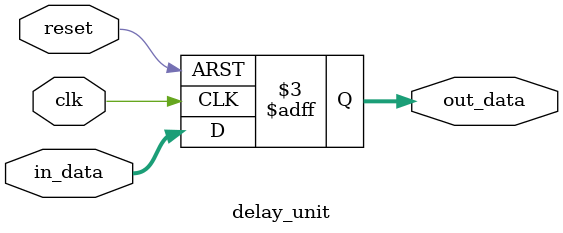
<source format=v>
module delay_unit #(parameter DATA_WIDTH=32 )
(
input clk,
input reset,
input  [DATA_WIDTH-1:0] in_data,
output reg  [DATA_WIDTH-1:0] out_data
);
always @ (posedge clk, negedge reset )begin
  if(reset!=1'b1) begin
    out_data<='b0;
  end
  else begin
    out_data<= in_data;
  end
end
endmodule
</source>
